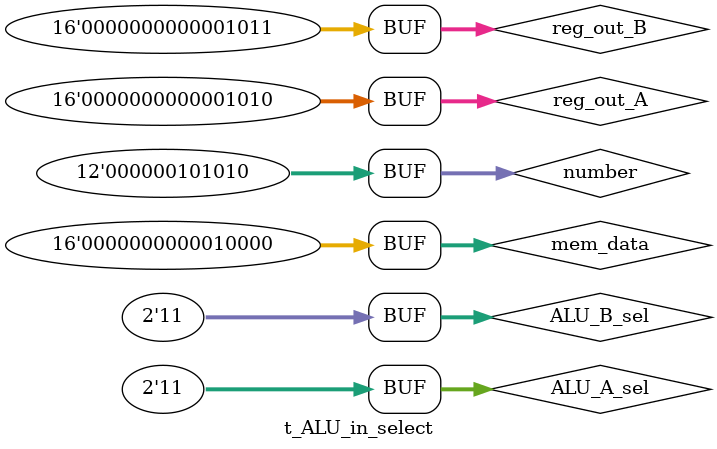
<source format=v>
`timescale 1ns / 1ps

module t_ALU_in_select;

	// Inputs
	reg [15:0] reg_out_A;
	reg [15:0] reg_out_B;
	reg [15:0] mem_data;
	reg [11:0] number;
	reg [1:0] ALU_A_sel;
	reg [1:0] ALU_B_sel;

	// Outputs
	wire [15:0] ALU_in_A;
	wire [15:0] ALU_in_B;
	
	// Instantiate the Unit Under Test (UUT)
	ALU_in_select uut (
		.reg_out_A(reg_out_A), 
		.reg_out_B(reg_out_B), 
		.mem_data(mem_data), 
		.number(number), 
		.ALU_A_sel(ALU_A_sel), 
		.ALU_B_sel(ALU_B_sel), 
		.ALU_in_A(ALU_in_A), 
		.ALU_in_B(ALU_in_B)
	);

	initial begin
		// Initialize Inputs
		reg_out_A = 10;
		reg_out_B = 11;
		mem_data = 16;
		number = 42;
		ALU_A_sel = 0;
		ALU_B_sel = 0;

		// Wait 100 ns for global reset to finish
		#100;
        
		// Add stimulus here
		repeat (3) begin
			#20 ALU_A_sel = ALU_A_sel + 1;
			ALU_B_sel = ALU_B_sel + 1;
		end
		

	end
      
endmodule


</source>
